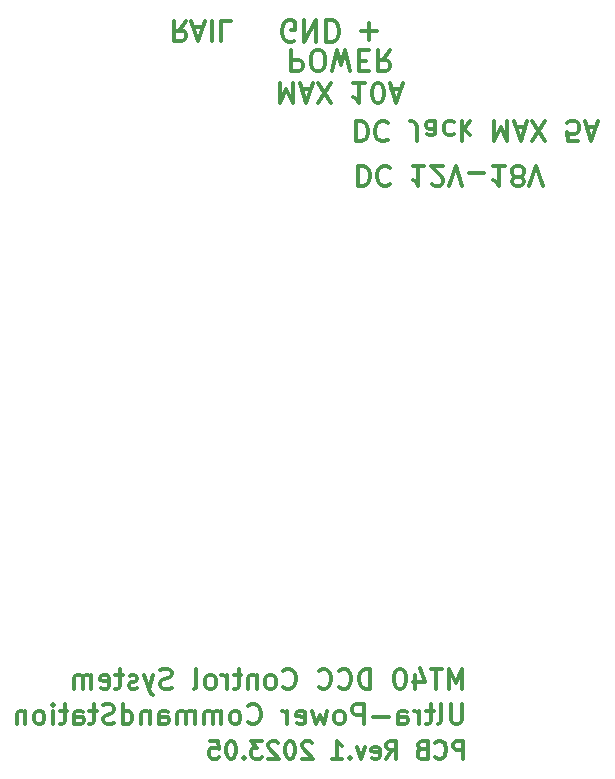
<source format=gbo>
G04 #@! TF.GenerationSoftware,KiCad,Pcbnew,(6.0.11)*
G04 #@! TF.CreationDate,2023-05-10T01:59:27+09:00*
G04 #@! TF.ProjectId,RP2040CommandStation,52503230-3430-4436-9f6d-6d616e645374,rev?*
G04 #@! TF.SameCoordinates,PX6cb8080PY8d24d00*
G04 #@! TF.FileFunction,Legend,Bot*
G04 #@! TF.FilePolarity,Positive*
%FSLAX46Y46*%
G04 Gerber Fmt 4.6, Leading zero omitted, Abs format (unit mm)*
G04 Created by KiCad (PCBNEW (6.0.11)) date 2023-05-10 01:59:27*
%MOMM*%
%LPD*%
G01*
G04 APERTURE LIST*
%ADD10C,0.350000*%
%ADD11C,0.320000*%
%ADD12C,2.000000*%
%ADD13C,1.600000*%
%ADD14C,1.400000*%
%ADD15R,1.600000X1.600000*%
%ADD16C,1.524000*%
%ADD17C,7.000000*%
%ADD18R,3.500120X3.500120*%
%ADD19R,2.200000X3.600000*%
%ADD20C,2.500000*%
%ADD21C,2.700000*%
%ADD22C,1.700000*%
%ADD23R,1.400000X1.400000*%
G04 APERTURE END LIST*
D10*
X181842857Y-77685714D02*
X181842857Y-79485714D01*
X182528571Y-79485714D01*
X182700000Y-79400000D01*
X182785714Y-79314285D01*
X182871428Y-79142857D01*
X182871428Y-78885714D01*
X182785714Y-78714285D01*
X182700000Y-78628571D01*
X182528571Y-78542857D01*
X181842857Y-78542857D01*
X183985714Y-79485714D02*
X184328571Y-79485714D01*
X184500000Y-79400000D01*
X184671428Y-79228571D01*
X184757142Y-78885714D01*
X184757142Y-78285714D01*
X184671428Y-77942857D01*
X184500000Y-77771428D01*
X184328571Y-77685714D01*
X183985714Y-77685714D01*
X183814285Y-77771428D01*
X183642857Y-77942857D01*
X183557142Y-78285714D01*
X183557142Y-78885714D01*
X183642857Y-79228571D01*
X183814285Y-79400000D01*
X183985714Y-79485714D01*
X185357142Y-79485714D02*
X185785714Y-77685714D01*
X186128571Y-78971428D01*
X186471428Y-77685714D01*
X186900000Y-79485714D01*
X187585714Y-78628571D02*
X188185714Y-78628571D01*
X188442857Y-77685714D02*
X187585714Y-77685714D01*
X187585714Y-79485714D01*
X188442857Y-79485714D01*
X190242857Y-77685714D02*
X189642857Y-78542857D01*
X189214285Y-77685714D02*
X189214285Y-79485714D01*
X189900000Y-79485714D01*
X190071428Y-79400000D01*
X190157142Y-79314285D01*
X190242857Y-79142857D01*
X190242857Y-78885714D01*
X190157142Y-78714285D01*
X190071428Y-78628571D01*
X189900000Y-78542857D01*
X189214285Y-78542857D01*
X180900000Y-80480952D02*
X180900000Y-82180952D01*
X181466666Y-80966666D01*
X182033333Y-82180952D01*
X182033333Y-80480952D01*
X182761904Y-80966666D02*
X183571428Y-80966666D01*
X182600000Y-80480952D02*
X183166666Y-82180952D01*
X183733333Y-80480952D01*
X184138095Y-82180952D02*
X185271428Y-80480952D01*
X185271428Y-82180952D02*
X184138095Y-80480952D01*
X188104761Y-80480952D02*
X187133333Y-80480952D01*
X187619047Y-80480952D02*
X187619047Y-82180952D01*
X187457142Y-81938095D01*
X187295238Y-81776190D01*
X187133333Y-81695238D01*
X189157142Y-82180952D02*
X189319047Y-82180952D01*
X189480952Y-82100000D01*
X189561904Y-82019047D01*
X189642857Y-81857142D01*
X189723809Y-81533333D01*
X189723809Y-81128571D01*
X189642857Y-80804761D01*
X189561904Y-80642857D01*
X189480952Y-80561904D01*
X189319047Y-80480952D01*
X189157142Y-80480952D01*
X188995238Y-80561904D01*
X188914285Y-80642857D01*
X188833333Y-80804761D01*
X188752380Y-81128571D01*
X188752380Y-81533333D01*
X188833333Y-81857142D01*
X188914285Y-82019047D01*
X188995238Y-82100000D01*
X189157142Y-82180952D01*
X190371428Y-80966666D02*
X191180952Y-80966666D01*
X190209523Y-80480952D02*
X190776190Y-82180952D01*
X191342857Y-80480952D01*
D11*
X196434857Y-137678571D02*
X196434857Y-136178571D01*
X195863428Y-136178571D01*
X195720571Y-136250000D01*
X195649142Y-136321428D01*
X195577714Y-136464285D01*
X195577714Y-136678571D01*
X195649142Y-136821428D01*
X195720571Y-136892857D01*
X195863428Y-136964285D01*
X196434857Y-136964285D01*
X194077714Y-137535714D02*
X194149142Y-137607142D01*
X194363428Y-137678571D01*
X194506285Y-137678571D01*
X194720571Y-137607142D01*
X194863428Y-137464285D01*
X194934857Y-137321428D01*
X195006285Y-137035714D01*
X195006285Y-136821428D01*
X194934857Y-136535714D01*
X194863428Y-136392857D01*
X194720571Y-136250000D01*
X194506285Y-136178571D01*
X194363428Y-136178571D01*
X194149142Y-136250000D01*
X194077714Y-136321428D01*
X192934857Y-136892857D02*
X192720571Y-136964285D01*
X192649142Y-137035714D01*
X192577714Y-137178571D01*
X192577714Y-137392857D01*
X192649142Y-137535714D01*
X192720571Y-137607142D01*
X192863428Y-137678571D01*
X193434857Y-137678571D01*
X193434857Y-136178571D01*
X192934857Y-136178571D01*
X192792000Y-136250000D01*
X192720571Y-136321428D01*
X192649142Y-136464285D01*
X192649142Y-136607142D01*
X192720571Y-136750000D01*
X192792000Y-136821428D01*
X192934857Y-136892857D01*
X193434857Y-136892857D01*
X189934857Y-137678571D02*
X190434857Y-136964285D01*
X190792000Y-137678571D02*
X190792000Y-136178571D01*
X190220571Y-136178571D01*
X190077714Y-136250000D01*
X190006285Y-136321428D01*
X189934857Y-136464285D01*
X189934857Y-136678571D01*
X190006285Y-136821428D01*
X190077714Y-136892857D01*
X190220571Y-136964285D01*
X190792000Y-136964285D01*
X188720571Y-137607142D02*
X188863428Y-137678571D01*
X189149142Y-137678571D01*
X189292000Y-137607142D01*
X189363428Y-137464285D01*
X189363428Y-136892857D01*
X189292000Y-136750000D01*
X189149142Y-136678571D01*
X188863428Y-136678571D01*
X188720571Y-136750000D01*
X188649142Y-136892857D01*
X188649142Y-137035714D01*
X189363428Y-137178571D01*
X188149142Y-136678571D02*
X187792000Y-137678571D01*
X187434857Y-136678571D01*
X186863428Y-137535714D02*
X186792000Y-137607142D01*
X186863428Y-137678571D01*
X186934857Y-137607142D01*
X186863428Y-137535714D01*
X186863428Y-137678571D01*
X185363428Y-137678571D02*
X186220571Y-137678571D01*
X185792000Y-137678571D02*
X185792000Y-136178571D01*
X185934857Y-136392857D01*
X186077714Y-136535714D01*
X186220571Y-136607142D01*
X183649142Y-136321428D02*
X183577714Y-136250000D01*
X183434857Y-136178571D01*
X183077714Y-136178571D01*
X182934857Y-136250000D01*
X182863428Y-136321428D01*
X182792000Y-136464285D01*
X182792000Y-136607142D01*
X182863428Y-136821428D01*
X183720571Y-137678571D01*
X182792000Y-137678571D01*
X181863428Y-136178571D02*
X181720571Y-136178571D01*
X181577714Y-136250000D01*
X181506285Y-136321428D01*
X181434857Y-136464285D01*
X181363428Y-136750000D01*
X181363428Y-137107142D01*
X181434857Y-137392857D01*
X181506285Y-137535714D01*
X181577714Y-137607142D01*
X181720571Y-137678571D01*
X181863428Y-137678571D01*
X182006285Y-137607142D01*
X182077714Y-137535714D01*
X182149142Y-137392857D01*
X182220571Y-137107142D01*
X182220571Y-136750000D01*
X182149142Y-136464285D01*
X182077714Y-136321428D01*
X182006285Y-136250000D01*
X181863428Y-136178571D01*
X180792000Y-136321428D02*
X180720571Y-136250000D01*
X180577714Y-136178571D01*
X180220571Y-136178571D01*
X180077714Y-136250000D01*
X180006285Y-136321428D01*
X179934857Y-136464285D01*
X179934857Y-136607142D01*
X180006285Y-136821428D01*
X180863428Y-137678571D01*
X179934857Y-137678571D01*
X179434857Y-136178571D02*
X178506285Y-136178571D01*
X179006285Y-136750000D01*
X178792000Y-136750000D01*
X178649142Y-136821428D01*
X178577714Y-136892857D01*
X178506285Y-137035714D01*
X178506285Y-137392857D01*
X178577714Y-137535714D01*
X178649142Y-137607142D01*
X178792000Y-137678571D01*
X179220571Y-137678571D01*
X179363428Y-137607142D01*
X179434857Y-137535714D01*
X177863428Y-137535714D02*
X177792000Y-137607142D01*
X177863428Y-137678571D01*
X177934857Y-137607142D01*
X177863428Y-137535714D01*
X177863428Y-137678571D01*
X176863428Y-136178571D02*
X176720571Y-136178571D01*
X176577714Y-136250000D01*
X176506285Y-136321428D01*
X176434857Y-136464285D01*
X176363428Y-136750000D01*
X176363428Y-137107142D01*
X176434857Y-137392857D01*
X176506285Y-137535714D01*
X176577714Y-137607142D01*
X176720571Y-137678571D01*
X176863428Y-137678571D01*
X177006285Y-137607142D01*
X177077714Y-137535714D01*
X177149142Y-137392857D01*
X177220571Y-137107142D01*
X177220571Y-136750000D01*
X177149142Y-136464285D01*
X177077714Y-136321428D01*
X177006285Y-136250000D01*
X176863428Y-136178571D01*
X175006285Y-136178571D02*
X175720571Y-136178571D01*
X175792000Y-136892857D01*
X175720571Y-136821428D01*
X175577714Y-136750000D01*
X175220571Y-136750000D01*
X175077714Y-136821428D01*
X175006285Y-136892857D01*
X174934857Y-137035714D01*
X174934857Y-137392857D01*
X175006285Y-137535714D01*
X175077714Y-137607142D01*
X175220571Y-137678571D01*
X175577714Y-137678571D01*
X175720571Y-137607142D01*
X175792000Y-137535714D01*
D10*
X196367738Y-131769047D02*
X196367738Y-130069047D01*
X195801071Y-131283333D01*
X195234404Y-130069047D01*
X195234404Y-131769047D01*
X194667738Y-130069047D02*
X193696309Y-130069047D01*
X194182023Y-131769047D02*
X194182023Y-130069047D01*
X192401071Y-130635714D02*
X192401071Y-131769047D01*
X192805833Y-129988095D02*
X193210595Y-131202380D01*
X192158214Y-131202380D01*
X191186785Y-130069047D02*
X191024880Y-130069047D01*
X190862976Y-130150000D01*
X190782023Y-130230952D01*
X190701071Y-130392857D01*
X190620119Y-130716666D01*
X190620119Y-131121428D01*
X190701071Y-131445238D01*
X190782023Y-131607142D01*
X190862976Y-131688095D01*
X191024880Y-131769047D01*
X191186785Y-131769047D01*
X191348690Y-131688095D01*
X191429642Y-131607142D01*
X191510595Y-131445238D01*
X191591547Y-131121428D01*
X191591547Y-130716666D01*
X191510595Y-130392857D01*
X191429642Y-130230952D01*
X191348690Y-130150000D01*
X191186785Y-130069047D01*
X188596309Y-131769047D02*
X188596309Y-130069047D01*
X188191547Y-130069047D01*
X187948690Y-130150000D01*
X187786785Y-130311904D01*
X187705833Y-130473809D01*
X187624880Y-130797619D01*
X187624880Y-131040476D01*
X187705833Y-131364285D01*
X187786785Y-131526190D01*
X187948690Y-131688095D01*
X188191547Y-131769047D01*
X188596309Y-131769047D01*
X185924880Y-131607142D02*
X186005833Y-131688095D01*
X186248690Y-131769047D01*
X186410595Y-131769047D01*
X186653452Y-131688095D01*
X186815357Y-131526190D01*
X186896309Y-131364285D01*
X186977261Y-131040476D01*
X186977261Y-130797619D01*
X186896309Y-130473809D01*
X186815357Y-130311904D01*
X186653452Y-130150000D01*
X186410595Y-130069047D01*
X186248690Y-130069047D01*
X186005833Y-130150000D01*
X185924880Y-130230952D01*
X184224880Y-131607142D02*
X184305833Y-131688095D01*
X184548690Y-131769047D01*
X184710595Y-131769047D01*
X184953452Y-131688095D01*
X185115357Y-131526190D01*
X185196309Y-131364285D01*
X185277261Y-131040476D01*
X185277261Y-130797619D01*
X185196309Y-130473809D01*
X185115357Y-130311904D01*
X184953452Y-130150000D01*
X184710595Y-130069047D01*
X184548690Y-130069047D01*
X184305833Y-130150000D01*
X184224880Y-130230952D01*
X181229642Y-131607142D02*
X181310595Y-131688095D01*
X181553452Y-131769047D01*
X181715357Y-131769047D01*
X181958214Y-131688095D01*
X182120119Y-131526190D01*
X182201071Y-131364285D01*
X182282023Y-131040476D01*
X182282023Y-130797619D01*
X182201071Y-130473809D01*
X182120119Y-130311904D01*
X181958214Y-130150000D01*
X181715357Y-130069047D01*
X181553452Y-130069047D01*
X181310595Y-130150000D01*
X181229642Y-130230952D01*
X180258214Y-131769047D02*
X180420119Y-131688095D01*
X180501071Y-131607142D01*
X180582023Y-131445238D01*
X180582023Y-130959523D01*
X180501071Y-130797619D01*
X180420119Y-130716666D01*
X180258214Y-130635714D01*
X180015357Y-130635714D01*
X179853452Y-130716666D01*
X179772500Y-130797619D01*
X179691547Y-130959523D01*
X179691547Y-131445238D01*
X179772500Y-131607142D01*
X179853452Y-131688095D01*
X180015357Y-131769047D01*
X180258214Y-131769047D01*
X178962976Y-130635714D02*
X178962976Y-131769047D01*
X178962976Y-130797619D02*
X178882023Y-130716666D01*
X178720119Y-130635714D01*
X178477261Y-130635714D01*
X178315357Y-130716666D01*
X178234404Y-130878571D01*
X178234404Y-131769047D01*
X177667738Y-130635714D02*
X177020119Y-130635714D01*
X177424880Y-130069047D02*
X177424880Y-131526190D01*
X177343928Y-131688095D01*
X177182023Y-131769047D01*
X177020119Y-131769047D01*
X176453452Y-131769047D02*
X176453452Y-130635714D01*
X176453452Y-130959523D02*
X176372500Y-130797619D01*
X176291547Y-130716666D01*
X176129642Y-130635714D01*
X175967738Y-130635714D01*
X175158214Y-131769047D02*
X175320119Y-131688095D01*
X175401071Y-131607142D01*
X175482023Y-131445238D01*
X175482023Y-130959523D01*
X175401071Y-130797619D01*
X175320119Y-130716666D01*
X175158214Y-130635714D01*
X174915357Y-130635714D01*
X174753452Y-130716666D01*
X174672500Y-130797619D01*
X174591547Y-130959523D01*
X174591547Y-131445238D01*
X174672500Y-131607142D01*
X174753452Y-131688095D01*
X174915357Y-131769047D01*
X175158214Y-131769047D01*
X173620119Y-131769047D02*
X173782023Y-131688095D01*
X173862976Y-131526190D01*
X173862976Y-130069047D01*
X171758214Y-131688095D02*
X171515357Y-131769047D01*
X171110595Y-131769047D01*
X170948690Y-131688095D01*
X170867738Y-131607142D01*
X170786785Y-131445238D01*
X170786785Y-131283333D01*
X170867738Y-131121428D01*
X170948690Y-131040476D01*
X171110595Y-130959523D01*
X171434404Y-130878571D01*
X171596309Y-130797619D01*
X171677261Y-130716666D01*
X171758214Y-130554761D01*
X171758214Y-130392857D01*
X171677261Y-130230952D01*
X171596309Y-130150000D01*
X171434404Y-130069047D01*
X171029642Y-130069047D01*
X170786785Y-130150000D01*
X170220119Y-130635714D02*
X169815357Y-131769047D01*
X169410595Y-130635714D02*
X169815357Y-131769047D01*
X169977261Y-132173809D01*
X170058214Y-132254761D01*
X170220119Y-132335714D01*
X168843928Y-131688095D02*
X168682023Y-131769047D01*
X168358214Y-131769047D01*
X168196309Y-131688095D01*
X168115357Y-131526190D01*
X168115357Y-131445238D01*
X168196309Y-131283333D01*
X168358214Y-131202380D01*
X168601071Y-131202380D01*
X168762976Y-131121428D01*
X168843928Y-130959523D01*
X168843928Y-130878571D01*
X168762976Y-130716666D01*
X168601071Y-130635714D01*
X168358214Y-130635714D01*
X168196309Y-130716666D01*
X167629642Y-130635714D02*
X166982023Y-130635714D01*
X167386785Y-130069047D02*
X167386785Y-131526190D01*
X167305833Y-131688095D01*
X167143928Y-131769047D01*
X166982023Y-131769047D01*
X165767738Y-131688095D02*
X165929642Y-131769047D01*
X166253452Y-131769047D01*
X166415357Y-131688095D01*
X166496309Y-131526190D01*
X166496309Y-130878571D01*
X166415357Y-130716666D01*
X166253452Y-130635714D01*
X165929642Y-130635714D01*
X165767738Y-130716666D01*
X165686785Y-130878571D01*
X165686785Y-131040476D01*
X166496309Y-131202380D01*
X164958214Y-131769047D02*
X164958214Y-130635714D01*
X164958214Y-130797619D02*
X164877261Y-130716666D01*
X164715357Y-130635714D01*
X164472500Y-130635714D01*
X164310595Y-130716666D01*
X164229642Y-130878571D01*
X164229642Y-131769047D01*
X164229642Y-130878571D02*
X164148690Y-130716666D01*
X163986785Y-130635714D01*
X163743928Y-130635714D01*
X163582023Y-130716666D01*
X163501071Y-130878571D01*
X163501071Y-131769047D01*
X187814285Y-76121428D02*
X189185714Y-76121428D01*
X188500000Y-75435714D02*
X188500000Y-76807142D01*
X187380952Y-83730952D02*
X187380952Y-85430952D01*
X187785714Y-85430952D01*
X188028571Y-85350000D01*
X188190476Y-85188095D01*
X188271428Y-85026190D01*
X188352380Y-84702380D01*
X188352380Y-84459523D01*
X188271428Y-84135714D01*
X188190476Y-83973809D01*
X188028571Y-83811904D01*
X187785714Y-83730952D01*
X187380952Y-83730952D01*
X190052380Y-83892857D02*
X189971428Y-83811904D01*
X189728571Y-83730952D01*
X189566666Y-83730952D01*
X189323809Y-83811904D01*
X189161904Y-83973809D01*
X189080952Y-84135714D01*
X189000000Y-84459523D01*
X189000000Y-84702380D01*
X189080952Y-85026190D01*
X189161904Y-85188095D01*
X189323809Y-85350000D01*
X189566666Y-85430952D01*
X189728571Y-85430952D01*
X189971428Y-85350000D01*
X190052380Y-85269047D01*
X192561904Y-85430952D02*
X192561904Y-84216666D01*
X192480952Y-83973809D01*
X192319047Y-83811904D01*
X192076190Y-83730952D01*
X191914285Y-83730952D01*
X194100000Y-83730952D02*
X194100000Y-84621428D01*
X194019047Y-84783333D01*
X193857142Y-84864285D01*
X193533333Y-84864285D01*
X193371428Y-84783333D01*
X194100000Y-83811904D02*
X193938095Y-83730952D01*
X193533333Y-83730952D01*
X193371428Y-83811904D01*
X193290476Y-83973809D01*
X193290476Y-84135714D01*
X193371428Y-84297619D01*
X193533333Y-84378571D01*
X193938095Y-84378571D01*
X194100000Y-84459523D01*
X195638095Y-83811904D02*
X195476190Y-83730952D01*
X195152380Y-83730952D01*
X194990476Y-83811904D01*
X194909523Y-83892857D01*
X194828571Y-84054761D01*
X194828571Y-84540476D01*
X194909523Y-84702380D01*
X194990476Y-84783333D01*
X195152380Y-84864285D01*
X195476190Y-84864285D01*
X195638095Y-84783333D01*
X196366666Y-83730952D02*
X196366666Y-85430952D01*
X196528571Y-84378571D02*
X197014285Y-83730952D01*
X197014285Y-84864285D02*
X196366666Y-84216666D01*
X199038095Y-83730952D02*
X199038095Y-85430952D01*
X199604761Y-84216666D01*
X200171428Y-85430952D01*
X200171428Y-83730952D01*
X200900000Y-84216666D02*
X201709523Y-84216666D01*
X200738095Y-83730952D02*
X201304761Y-85430952D01*
X201871428Y-83730952D01*
X202276190Y-85430952D02*
X203409523Y-83730952D01*
X203409523Y-85430952D02*
X202276190Y-83730952D01*
X206161904Y-85430952D02*
X205352380Y-85430952D01*
X205271428Y-84621428D01*
X205352380Y-84702380D01*
X205514285Y-84783333D01*
X205919047Y-84783333D01*
X206080952Y-84702380D01*
X206161904Y-84621428D01*
X206242857Y-84459523D01*
X206242857Y-84054761D01*
X206161904Y-83892857D01*
X206080952Y-83811904D01*
X205919047Y-83730952D01*
X205514285Y-83730952D01*
X205352380Y-83811904D01*
X205271428Y-83892857D01*
X206890476Y-84216666D02*
X207700000Y-84216666D01*
X206728571Y-83730952D02*
X207295238Y-85430952D01*
X207861904Y-83730952D01*
X172954761Y-75230952D02*
X172388095Y-76040476D01*
X171983333Y-75230952D02*
X171983333Y-76930952D01*
X172630952Y-76930952D01*
X172792857Y-76850000D01*
X172873809Y-76769047D01*
X172954761Y-76607142D01*
X172954761Y-76364285D01*
X172873809Y-76202380D01*
X172792857Y-76121428D01*
X172630952Y-76040476D01*
X171983333Y-76040476D01*
X173602380Y-75716666D02*
X174411904Y-75716666D01*
X173440476Y-75230952D02*
X174007142Y-76930952D01*
X174573809Y-75230952D01*
X175140476Y-75230952D02*
X175140476Y-76930952D01*
X176759523Y-75230952D02*
X175950000Y-75230952D01*
X175950000Y-76930952D01*
X187559523Y-87480952D02*
X187559523Y-89180952D01*
X187964285Y-89180952D01*
X188207142Y-89100000D01*
X188369047Y-88938095D01*
X188450000Y-88776190D01*
X188530952Y-88452380D01*
X188530952Y-88209523D01*
X188450000Y-87885714D01*
X188369047Y-87723809D01*
X188207142Y-87561904D01*
X187964285Y-87480952D01*
X187559523Y-87480952D01*
X190230952Y-87642857D02*
X190150000Y-87561904D01*
X189907142Y-87480952D01*
X189745238Y-87480952D01*
X189502380Y-87561904D01*
X189340476Y-87723809D01*
X189259523Y-87885714D01*
X189178571Y-88209523D01*
X189178571Y-88452380D01*
X189259523Y-88776190D01*
X189340476Y-88938095D01*
X189502380Y-89100000D01*
X189745238Y-89180952D01*
X189907142Y-89180952D01*
X190150000Y-89100000D01*
X190230952Y-89019047D01*
X193145238Y-87480952D02*
X192173809Y-87480952D01*
X192659523Y-87480952D02*
X192659523Y-89180952D01*
X192497619Y-88938095D01*
X192335714Y-88776190D01*
X192173809Y-88695238D01*
X193792857Y-89019047D02*
X193873809Y-89100000D01*
X194035714Y-89180952D01*
X194440476Y-89180952D01*
X194602380Y-89100000D01*
X194683333Y-89019047D01*
X194764285Y-88857142D01*
X194764285Y-88695238D01*
X194683333Y-88452380D01*
X193711904Y-87480952D01*
X194764285Y-87480952D01*
X195250000Y-89180952D02*
X195816666Y-87480952D01*
X196383333Y-89180952D01*
X196950000Y-88128571D02*
X198245238Y-88128571D01*
X199945238Y-87480952D02*
X198973809Y-87480952D01*
X199459523Y-87480952D02*
X199459523Y-89180952D01*
X199297619Y-88938095D01*
X199135714Y-88776190D01*
X198973809Y-88695238D01*
X200916666Y-88452380D02*
X200754761Y-88533333D01*
X200673809Y-88614285D01*
X200592857Y-88776190D01*
X200592857Y-88857142D01*
X200673809Y-89019047D01*
X200754761Y-89100000D01*
X200916666Y-89180952D01*
X201240476Y-89180952D01*
X201402380Y-89100000D01*
X201483333Y-89019047D01*
X201564285Y-88857142D01*
X201564285Y-88776190D01*
X201483333Y-88614285D01*
X201402380Y-88533333D01*
X201240476Y-88452380D01*
X200916666Y-88452380D01*
X200754761Y-88371428D01*
X200673809Y-88290476D01*
X200592857Y-88128571D01*
X200592857Y-87804761D01*
X200673809Y-87642857D01*
X200754761Y-87561904D01*
X200916666Y-87480952D01*
X201240476Y-87480952D01*
X201402380Y-87561904D01*
X201483333Y-87642857D01*
X201564285Y-87804761D01*
X201564285Y-88128571D01*
X201483333Y-88290476D01*
X201402380Y-88371428D01*
X201240476Y-88452380D01*
X202050000Y-89180952D02*
X202616666Y-87480952D01*
X203183333Y-89180952D01*
X182128571Y-76900000D02*
X181957142Y-76985714D01*
X181700000Y-76985714D01*
X181442857Y-76900000D01*
X181271428Y-76728571D01*
X181185714Y-76557142D01*
X181100000Y-76214285D01*
X181100000Y-75957142D01*
X181185714Y-75614285D01*
X181271428Y-75442857D01*
X181442857Y-75271428D01*
X181700000Y-75185714D01*
X181871428Y-75185714D01*
X182128571Y-75271428D01*
X182214285Y-75357142D01*
X182214285Y-75957142D01*
X181871428Y-75957142D01*
X182985714Y-75185714D02*
X182985714Y-76985714D01*
X184014285Y-75185714D01*
X184014285Y-76985714D01*
X184871428Y-75185714D02*
X184871428Y-76985714D01*
X185300000Y-76985714D01*
X185557142Y-76900000D01*
X185728571Y-76728571D01*
X185814285Y-76557142D01*
X185900000Y-76214285D01*
X185900000Y-75957142D01*
X185814285Y-75614285D01*
X185728571Y-75442857D01*
X185557142Y-75271428D01*
X185300000Y-75185714D01*
X184871428Y-75185714D01*
X196367738Y-133069047D02*
X196367738Y-134445238D01*
X196286785Y-134607142D01*
X196205833Y-134688095D01*
X196043928Y-134769047D01*
X195720119Y-134769047D01*
X195558214Y-134688095D01*
X195477261Y-134607142D01*
X195396309Y-134445238D01*
X195396309Y-133069047D01*
X194343928Y-134769047D02*
X194505833Y-134688095D01*
X194586785Y-134526190D01*
X194586785Y-133069047D01*
X193939166Y-133635714D02*
X193291547Y-133635714D01*
X193696309Y-133069047D02*
X193696309Y-134526190D01*
X193615357Y-134688095D01*
X193453452Y-134769047D01*
X193291547Y-134769047D01*
X192724880Y-134769047D02*
X192724880Y-133635714D01*
X192724880Y-133959523D02*
X192643928Y-133797619D01*
X192562976Y-133716666D01*
X192401071Y-133635714D01*
X192239166Y-133635714D01*
X190943928Y-134769047D02*
X190943928Y-133878571D01*
X191024880Y-133716666D01*
X191186785Y-133635714D01*
X191510595Y-133635714D01*
X191672500Y-133716666D01*
X190943928Y-134688095D02*
X191105833Y-134769047D01*
X191510595Y-134769047D01*
X191672500Y-134688095D01*
X191753452Y-134526190D01*
X191753452Y-134364285D01*
X191672500Y-134202380D01*
X191510595Y-134121428D01*
X191105833Y-134121428D01*
X190943928Y-134040476D01*
X190134404Y-134121428D02*
X188839166Y-134121428D01*
X188029642Y-134769047D02*
X188029642Y-133069047D01*
X187382023Y-133069047D01*
X187220119Y-133150000D01*
X187139166Y-133230952D01*
X187058214Y-133392857D01*
X187058214Y-133635714D01*
X187139166Y-133797619D01*
X187220119Y-133878571D01*
X187382023Y-133959523D01*
X188029642Y-133959523D01*
X186086785Y-134769047D02*
X186248690Y-134688095D01*
X186329642Y-134607142D01*
X186410595Y-134445238D01*
X186410595Y-133959523D01*
X186329642Y-133797619D01*
X186248690Y-133716666D01*
X186086785Y-133635714D01*
X185843928Y-133635714D01*
X185682023Y-133716666D01*
X185601071Y-133797619D01*
X185520119Y-133959523D01*
X185520119Y-134445238D01*
X185601071Y-134607142D01*
X185682023Y-134688095D01*
X185843928Y-134769047D01*
X186086785Y-134769047D01*
X184953452Y-133635714D02*
X184629642Y-134769047D01*
X184305833Y-133959523D01*
X183982023Y-134769047D01*
X183658214Y-133635714D01*
X182362976Y-134688095D02*
X182524880Y-134769047D01*
X182848690Y-134769047D01*
X183010595Y-134688095D01*
X183091547Y-134526190D01*
X183091547Y-133878571D01*
X183010595Y-133716666D01*
X182848690Y-133635714D01*
X182524880Y-133635714D01*
X182362976Y-133716666D01*
X182282023Y-133878571D01*
X182282023Y-134040476D01*
X183091547Y-134202380D01*
X181553452Y-134769047D02*
X181553452Y-133635714D01*
X181553452Y-133959523D02*
X181472500Y-133797619D01*
X181391547Y-133716666D01*
X181229642Y-133635714D01*
X181067738Y-133635714D01*
X178234404Y-134607142D02*
X178315357Y-134688095D01*
X178558214Y-134769047D01*
X178720119Y-134769047D01*
X178962976Y-134688095D01*
X179124880Y-134526190D01*
X179205833Y-134364285D01*
X179286785Y-134040476D01*
X179286785Y-133797619D01*
X179205833Y-133473809D01*
X179124880Y-133311904D01*
X178962976Y-133150000D01*
X178720119Y-133069047D01*
X178558214Y-133069047D01*
X178315357Y-133150000D01*
X178234404Y-133230952D01*
X177262976Y-134769047D02*
X177424880Y-134688095D01*
X177505833Y-134607142D01*
X177586785Y-134445238D01*
X177586785Y-133959523D01*
X177505833Y-133797619D01*
X177424880Y-133716666D01*
X177262976Y-133635714D01*
X177020119Y-133635714D01*
X176858214Y-133716666D01*
X176777261Y-133797619D01*
X176696309Y-133959523D01*
X176696309Y-134445238D01*
X176777261Y-134607142D01*
X176858214Y-134688095D01*
X177020119Y-134769047D01*
X177262976Y-134769047D01*
X175967738Y-134769047D02*
X175967738Y-133635714D01*
X175967738Y-133797619D02*
X175886785Y-133716666D01*
X175724880Y-133635714D01*
X175482023Y-133635714D01*
X175320119Y-133716666D01*
X175239166Y-133878571D01*
X175239166Y-134769047D01*
X175239166Y-133878571D02*
X175158214Y-133716666D01*
X174996309Y-133635714D01*
X174753452Y-133635714D01*
X174591547Y-133716666D01*
X174510595Y-133878571D01*
X174510595Y-134769047D01*
X173701071Y-134769047D02*
X173701071Y-133635714D01*
X173701071Y-133797619D02*
X173620119Y-133716666D01*
X173458214Y-133635714D01*
X173215357Y-133635714D01*
X173053452Y-133716666D01*
X172972500Y-133878571D01*
X172972500Y-134769047D01*
X172972500Y-133878571D02*
X172891547Y-133716666D01*
X172729642Y-133635714D01*
X172486785Y-133635714D01*
X172324880Y-133716666D01*
X172243928Y-133878571D01*
X172243928Y-134769047D01*
X170705833Y-134769047D02*
X170705833Y-133878571D01*
X170786785Y-133716666D01*
X170948690Y-133635714D01*
X171272500Y-133635714D01*
X171434404Y-133716666D01*
X170705833Y-134688095D02*
X170867738Y-134769047D01*
X171272500Y-134769047D01*
X171434404Y-134688095D01*
X171515357Y-134526190D01*
X171515357Y-134364285D01*
X171434404Y-134202380D01*
X171272500Y-134121428D01*
X170867738Y-134121428D01*
X170705833Y-134040476D01*
X169896309Y-133635714D02*
X169896309Y-134769047D01*
X169896309Y-133797619D02*
X169815357Y-133716666D01*
X169653452Y-133635714D01*
X169410595Y-133635714D01*
X169248690Y-133716666D01*
X169167738Y-133878571D01*
X169167738Y-134769047D01*
X167629642Y-134769047D02*
X167629642Y-133069047D01*
X167629642Y-134688095D02*
X167791547Y-134769047D01*
X168115357Y-134769047D01*
X168277261Y-134688095D01*
X168358214Y-134607142D01*
X168439166Y-134445238D01*
X168439166Y-133959523D01*
X168358214Y-133797619D01*
X168277261Y-133716666D01*
X168115357Y-133635714D01*
X167791547Y-133635714D01*
X167629642Y-133716666D01*
X166901071Y-134688095D02*
X166658214Y-134769047D01*
X166253452Y-134769047D01*
X166091547Y-134688095D01*
X166010595Y-134607142D01*
X165929642Y-134445238D01*
X165929642Y-134283333D01*
X166010595Y-134121428D01*
X166091547Y-134040476D01*
X166253452Y-133959523D01*
X166577261Y-133878571D01*
X166739166Y-133797619D01*
X166820119Y-133716666D01*
X166901071Y-133554761D01*
X166901071Y-133392857D01*
X166820119Y-133230952D01*
X166739166Y-133150000D01*
X166577261Y-133069047D01*
X166172500Y-133069047D01*
X165929642Y-133150000D01*
X165443928Y-133635714D02*
X164796309Y-133635714D01*
X165201071Y-133069047D02*
X165201071Y-134526190D01*
X165120119Y-134688095D01*
X164958214Y-134769047D01*
X164796309Y-134769047D01*
X163501071Y-134769047D02*
X163501071Y-133878571D01*
X163582023Y-133716666D01*
X163743928Y-133635714D01*
X164067738Y-133635714D01*
X164229642Y-133716666D01*
X163501071Y-134688095D02*
X163662976Y-134769047D01*
X164067738Y-134769047D01*
X164229642Y-134688095D01*
X164310595Y-134526190D01*
X164310595Y-134364285D01*
X164229642Y-134202380D01*
X164067738Y-134121428D01*
X163662976Y-134121428D01*
X163501071Y-134040476D01*
X162934404Y-133635714D02*
X162286785Y-133635714D01*
X162691547Y-133069047D02*
X162691547Y-134526190D01*
X162610595Y-134688095D01*
X162448690Y-134769047D01*
X162286785Y-134769047D01*
X161720119Y-134769047D02*
X161720119Y-133635714D01*
X161720119Y-133069047D02*
X161801071Y-133150000D01*
X161720119Y-133230952D01*
X161639166Y-133150000D01*
X161720119Y-133069047D01*
X161720119Y-133230952D01*
X160667738Y-134769047D02*
X160829642Y-134688095D01*
X160910595Y-134607142D01*
X160991547Y-134445238D01*
X160991547Y-133959523D01*
X160910595Y-133797619D01*
X160829642Y-133716666D01*
X160667738Y-133635714D01*
X160424880Y-133635714D01*
X160262976Y-133716666D01*
X160182023Y-133797619D01*
X160101071Y-133959523D01*
X160101071Y-134445238D01*
X160182023Y-134607142D01*
X160262976Y-134688095D01*
X160424880Y-134769047D01*
X160667738Y-134769047D01*
X159372500Y-133635714D02*
X159372500Y-134769047D01*
X159372500Y-133797619D02*
X159291547Y-133716666D01*
X159129642Y-133635714D01*
X158886785Y-133635714D01*
X158724880Y-133716666D01*
X158643928Y-133878571D01*
X158643928Y-134769047D01*
%LPC*%
D12*
X206000000Y-73000000D03*
X206000000Y-138000000D03*
X117000000Y-138000000D03*
X117000000Y-73000000D03*
D13*
X201750000Y-86500000D03*
X201750000Y-91500000D03*
D14*
X169000000Y-86000000D03*
X171000000Y-86000000D03*
D15*
X126570000Y-91000000D03*
D13*
X129110000Y-91000000D03*
X131650000Y-91000000D03*
X134190000Y-91000000D03*
X136730000Y-91000000D03*
X139270000Y-91000000D03*
X141810000Y-91000000D03*
X144350000Y-91000000D03*
X146890000Y-91000000D03*
X149430000Y-91000000D03*
X151000000Y-75270000D03*
X151000000Y-72730000D03*
X125000000Y-72730000D03*
X125000000Y-75270000D03*
D16*
X178270000Y-142500000D03*
X175730000Y-142500000D03*
X119230000Y-73000000D03*
X121770000Y-73000000D03*
D17*
X206000000Y-79000000D03*
X206000000Y-145000000D03*
X117000000Y-79000000D03*
X117000000Y-145000000D03*
D18*
X197750000Y-80200140D03*
X197750000Y-74200660D03*
D19*
X193051000Y-77200400D03*
D20*
X176790000Y-73400000D03*
X171710000Y-73400000D03*
D16*
X159750000Y-81710000D03*
X162250000Y-81710000D03*
X162250000Y-79710000D03*
X159750000Y-79710000D03*
D21*
X154980000Y-77000000D03*
X167020000Y-77000000D03*
D15*
X116730000Y-99490000D03*
D13*
X119270000Y-99490000D03*
X116730000Y-102030000D03*
X119270000Y-102030000D03*
X116730000Y-104570000D03*
X119270000Y-104570000D03*
X116730000Y-107110000D03*
X119270000Y-107110000D03*
X116730000Y-109650000D03*
X119270000Y-109650000D03*
X116730000Y-112190000D03*
X119270000Y-112190000D03*
X116730000Y-114730000D03*
X119270000Y-114730000D03*
X116730000Y-117270000D03*
X119270000Y-117270000D03*
X116730000Y-119810000D03*
X119270000Y-119810000D03*
X116730000Y-122350000D03*
X119270000Y-122350000D03*
X116730000Y-124890000D03*
X119270000Y-124890000D03*
X116730000Y-127430000D03*
X119270000Y-127430000D03*
X116730000Y-129970000D03*
X119270000Y-129970000D03*
X116730000Y-132510000D03*
X119270000Y-132510000D03*
D15*
X203730000Y-99490000D03*
D13*
X206270000Y-99490000D03*
X203730000Y-102030000D03*
X206270000Y-102030000D03*
X203730000Y-104570000D03*
X206270000Y-104570000D03*
X203730000Y-107110000D03*
X206270000Y-107110000D03*
X203730000Y-109650000D03*
X206270000Y-109650000D03*
X203730000Y-112190000D03*
X206270000Y-112190000D03*
X203730000Y-114730000D03*
X206270000Y-114730000D03*
X203730000Y-117270000D03*
X206270000Y-117270000D03*
X203730000Y-119810000D03*
X206270000Y-119810000D03*
X203730000Y-122350000D03*
X206270000Y-122350000D03*
X203730000Y-124890000D03*
X206270000Y-124890000D03*
X203730000Y-127430000D03*
X206270000Y-127430000D03*
X203730000Y-129970000D03*
X206270000Y-129970000D03*
X203730000Y-132510000D03*
X206270000Y-132510000D03*
D22*
X116250000Y-92250000D03*
X116250000Y-85750000D03*
X120750000Y-92250000D03*
X120750000Y-85750000D03*
X198250000Y-143250000D03*
X191750000Y-143250000D03*
X198250000Y-138750000D03*
X191750000Y-138750000D03*
D23*
X150000000Y-140000000D03*
D14*
X150000000Y-138000000D03*
X150000000Y-136000000D03*
X150000000Y-134000000D03*
X150000000Y-132000000D03*
X150000000Y-130000000D03*
X150000000Y-128000000D03*
X150000000Y-126000000D03*
X150000000Y-124000000D03*
X150000000Y-122000000D03*
X128000000Y-122000000D03*
X128000000Y-124000000D03*
X128000000Y-126000000D03*
X128000000Y-128000000D03*
X128000000Y-130000000D03*
X128000000Y-132000000D03*
X128000000Y-134000000D03*
X128000000Y-136000000D03*
X128000000Y-138000000D03*
X128000000Y-140000000D03*
D22*
X163250000Y-143250000D03*
X156750000Y-143250000D03*
X163250000Y-138750000D03*
X156750000Y-138750000D03*
D15*
X163290000Y-90375000D03*
D13*
X160750000Y-90375000D03*
X158210000Y-90375000D03*
D15*
X150460000Y-115500000D03*
D13*
X153000000Y-115500000D03*
X155540000Y-115500000D03*
X180000000Y-87250000D03*
X180000000Y-90750000D03*
D16*
X186270000Y-142500000D03*
X183730000Y-142500000D03*
X170270000Y-142500000D03*
X167730000Y-142500000D03*
D20*
X188540000Y-73400000D03*
X183460000Y-73400000D03*
D14*
X169000000Y-91250000D03*
X171000000Y-91250000D03*
G36*
X208711980Y-75502383D02*
G01*
X208790613Y-75518024D01*
X208835313Y-75536539D01*
X208891624Y-75574165D01*
X208925835Y-75608376D01*
X208963461Y-75664687D01*
X208981976Y-75709387D01*
X208997617Y-75788020D01*
X209000000Y-75812211D01*
X209000000Y-82187789D01*
X208997617Y-82211980D01*
X208981976Y-82290613D01*
X208963461Y-82335313D01*
X208925835Y-82391624D01*
X208891624Y-82425835D01*
X208835313Y-82463461D01*
X208790613Y-82481976D01*
X208711980Y-82497617D01*
X208687789Y-82500000D01*
X206312211Y-82500000D01*
X206288020Y-82497617D01*
X206209387Y-82481976D01*
X206164687Y-82463461D01*
X206108376Y-82425835D01*
X206074165Y-82391624D01*
X206036539Y-82335313D01*
X206018024Y-82290613D01*
X206002383Y-82211980D01*
X206000000Y-82187789D01*
X206000000Y-75812211D01*
X206002383Y-75788020D01*
X206018024Y-75709387D01*
X206036539Y-75664687D01*
X206074165Y-75608376D01*
X206108376Y-75574165D01*
X206164687Y-75536539D01*
X206209387Y-75518024D01*
X206288020Y-75502383D01*
X206312211Y-75500000D01*
X208687789Y-75500000D01*
X208711980Y-75502383D01*
G37*
G36*
X208711980Y-141502383D02*
G01*
X208790613Y-141518024D01*
X208835313Y-141536539D01*
X208891624Y-141574165D01*
X208925835Y-141608376D01*
X208963461Y-141664687D01*
X208981976Y-141709387D01*
X208997617Y-141788020D01*
X209000000Y-141812211D01*
X209000000Y-146983731D01*
X208999963Y-146986769D01*
X208999714Y-146996929D01*
X208999415Y-147003019D01*
X208998666Y-147013166D01*
X208998405Y-147016192D01*
X208983980Y-147162651D01*
X208983234Y-147168694D01*
X208980253Y-147188787D01*
X208977880Y-147200719D01*
X208972949Y-147220405D01*
X208971326Y-147226271D01*
X208933339Y-147351499D01*
X208931431Y-147357273D01*
X208924594Y-147376384D01*
X208919934Y-147387635D01*
X208911252Y-147405990D01*
X208908518Y-147411423D01*
X208846824Y-147526846D01*
X208843823Y-147532143D01*
X208833399Y-147549534D01*
X208826638Y-147559651D01*
X208814540Y-147575963D01*
X208810797Y-147580760D01*
X208727782Y-147681915D01*
X208723806Y-147686524D01*
X208710172Y-147701567D01*
X208701567Y-147710172D01*
X208686524Y-147723806D01*
X208681915Y-147727782D01*
X208580760Y-147810797D01*
X208575963Y-147814540D01*
X208559651Y-147826638D01*
X208549534Y-147833399D01*
X208532143Y-147843823D01*
X208526846Y-147846824D01*
X208411423Y-147908518D01*
X208405990Y-147911252D01*
X208387635Y-147919934D01*
X208376384Y-147924594D01*
X208357273Y-147931431D01*
X208351499Y-147933339D01*
X208226271Y-147971326D01*
X208220405Y-147972949D01*
X208200719Y-147977880D01*
X208188787Y-147980253D01*
X208168694Y-147983234D01*
X208162651Y-147983980D01*
X208016192Y-147998405D01*
X208013166Y-147998666D01*
X208003019Y-147999415D01*
X207996929Y-147999714D01*
X207986769Y-147999963D01*
X207983731Y-148000000D01*
X202812211Y-148000000D01*
X202788020Y-147997617D01*
X202709387Y-147981976D01*
X202664687Y-147963461D01*
X202608376Y-147925835D01*
X202574165Y-147891624D01*
X202536539Y-147835313D01*
X202518024Y-147790613D01*
X202502383Y-147711980D01*
X202500000Y-147687789D01*
X202500000Y-145136475D01*
X202502383Y-145112284D01*
X202518024Y-145033651D01*
X202536539Y-144988951D01*
X202581084Y-144922285D01*
X202596505Y-144903495D01*
X205903495Y-141596505D01*
X205922285Y-141581084D01*
X205988951Y-141536539D01*
X206033651Y-141518024D01*
X206112284Y-141502383D01*
X206136475Y-141500000D01*
X208687789Y-141500000D01*
X208711980Y-141502383D01*
G37*
G36*
X116887716Y-141502383D02*
G01*
X116966349Y-141518024D01*
X117011049Y-141536539D01*
X117077715Y-141581084D01*
X117096505Y-141596505D01*
X120403495Y-144903495D01*
X120418916Y-144922285D01*
X120463461Y-144988951D01*
X120481976Y-145033651D01*
X120497617Y-145112284D01*
X120500000Y-145136475D01*
X120500000Y-147687789D01*
X120497617Y-147711980D01*
X120481976Y-147790613D01*
X120463461Y-147835313D01*
X120425835Y-147891624D01*
X120391624Y-147925835D01*
X120335313Y-147963461D01*
X120290613Y-147981976D01*
X120211980Y-147997617D01*
X120187789Y-148000000D01*
X115016269Y-148000000D01*
X115013231Y-147999963D01*
X115003071Y-147999714D01*
X114996981Y-147999415D01*
X114986834Y-147998666D01*
X114983808Y-147998405D01*
X114837349Y-147983980D01*
X114831306Y-147983234D01*
X114811213Y-147980253D01*
X114799281Y-147977880D01*
X114779595Y-147972949D01*
X114773729Y-147971326D01*
X114648501Y-147933339D01*
X114642727Y-147931431D01*
X114623616Y-147924594D01*
X114612365Y-147919934D01*
X114594010Y-147911252D01*
X114588577Y-147908518D01*
X114473154Y-147846824D01*
X114467857Y-147843823D01*
X114450466Y-147833399D01*
X114440349Y-147826638D01*
X114424037Y-147814540D01*
X114419240Y-147810797D01*
X114318085Y-147727782D01*
X114313476Y-147723806D01*
X114298433Y-147710172D01*
X114289828Y-147701567D01*
X114276194Y-147686524D01*
X114272218Y-147681915D01*
X114189203Y-147580760D01*
X114185460Y-147575963D01*
X114173362Y-147559651D01*
X114166601Y-147549534D01*
X114156177Y-147532143D01*
X114153176Y-147526846D01*
X114091482Y-147411423D01*
X114088748Y-147405990D01*
X114080066Y-147387635D01*
X114075406Y-147376384D01*
X114068569Y-147357273D01*
X114066661Y-147351499D01*
X114028674Y-147226271D01*
X114027051Y-147220405D01*
X114022120Y-147200719D01*
X114019747Y-147188787D01*
X114016766Y-147168694D01*
X114016020Y-147162651D01*
X114001595Y-147016192D01*
X114001334Y-147013166D01*
X114000585Y-147003019D01*
X114000286Y-146996929D01*
X114000037Y-146986769D01*
X114000000Y-146983731D01*
X114000000Y-141812211D01*
X114002383Y-141788020D01*
X114018024Y-141709387D01*
X114036539Y-141664687D01*
X114074165Y-141608376D01*
X114108376Y-141574165D01*
X114164687Y-141536539D01*
X114209387Y-141518024D01*
X114288020Y-141502383D01*
X114312211Y-141500000D01*
X116863525Y-141500000D01*
X116887716Y-141502383D01*
G37*
G36*
X116711980Y-75502383D02*
G01*
X116790613Y-75518024D01*
X116835313Y-75536539D01*
X116891624Y-75574165D01*
X116925835Y-75608376D01*
X116963461Y-75664687D01*
X116981976Y-75709387D01*
X116997617Y-75788020D01*
X117000000Y-75812211D01*
X117000000Y-82187789D01*
X116997617Y-82211980D01*
X116981976Y-82290613D01*
X116963461Y-82335313D01*
X116925835Y-82391624D01*
X116891624Y-82425835D01*
X116835313Y-82463461D01*
X116790613Y-82481976D01*
X116711980Y-82497617D01*
X116687789Y-82500000D01*
X114312211Y-82500000D01*
X114288020Y-82497617D01*
X114209387Y-82481976D01*
X114164687Y-82463461D01*
X114108376Y-82425835D01*
X114074165Y-82391624D01*
X114036539Y-82335313D01*
X114018024Y-82290613D01*
X114002383Y-82211980D01*
X114000000Y-82187789D01*
X114000000Y-75812211D01*
X114002383Y-75788020D01*
X114018024Y-75709387D01*
X114036539Y-75664687D01*
X114074165Y-75608376D01*
X114108376Y-75574165D01*
X114164687Y-75536539D01*
X114209387Y-75518024D01*
X114288020Y-75502383D01*
X114312211Y-75500000D01*
X116687789Y-75500000D01*
X116711980Y-75502383D01*
G37*
M02*

</source>
